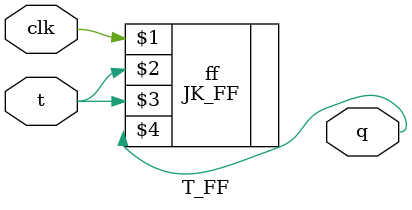
<source format=v>
`timescale 1ns / 1ps

// Author      : Venu Pabbuleti 
// ID          : N180116
//Branch       : ECE
//Project Name : RTL design using Verilog
//Design  Name : T FLIP FLOP USING JK FLIP FLOP --> JK TO T FF CONVERSION
//Module  Name : JK_FF
//RGUKT NUZVID 
//////////////////////////////////////////////////////////////////////////////////


module T_FF(clk,t,q);
input clk,t;
output q;
JK_FF ff(clk,t,t,q);
endmodule

</source>
